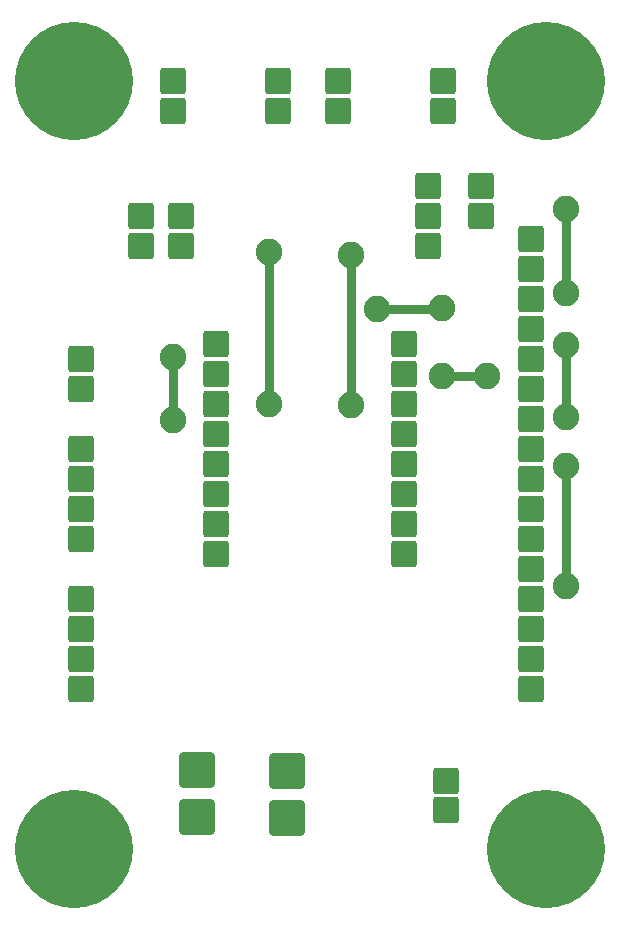
<source format=gtl>
%TF.GenerationSoftware,KiCad,Pcbnew,9.0.3*%
%TF.CreationDate,2026-01-09T17:49:23-03:00*%
%TF.ProjectId,PCB-SPARK-Nano-0.1,5043422d-5350-4415-924b-2d4e616e6f2d,rev?*%
%TF.SameCoordinates,Original*%
%TF.FileFunction,Copper,L1,Top*%
%TF.FilePolarity,Positive*%
%FSLAX46Y46*%
G04 Gerber Fmt 4.6, Leading zero omitted, Abs format (unit mm)*
G04 Created by KiCad (PCBNEW 9.0.3) date 2026-01-09 17:49:23*
%MOMM*%
%LPD*%
G01*
G04 APERTURE LIST*
G04 Aperture macros list*
%AMRoundRect*
0 Rectangle with rounded corners*
0 $1 Rounding radius*
0 $2 $3 $4 $5 $6 $7 $8 $9 X,Y pos of 4 corners*
0 Add a 4 corners polygon primitive as box body*
4,1,4,$2,$3,$4,$5,$6,$7,$8,$9,$2,$3,0*
0 Add four circle primitives for the rounded corners*
1,1,$1+$1,$2,$3*
1,1,$1+$1,$4,$5*
1,1,$1+$1,$6,$7*
1,1,$1+$1,$8,$9*
0 Add four rect primitives between the rounded corners*
20,1,$1+$1,$2,$3,$4,$5,0*
20,1,$1+$1,$4,$5,$6,$7,0*
20,1,$1+$1,$6,$7,$8,$9,0*
20,1,$1+$1,$8,$9,$2,$3,0*%
G04 Aperture macros list end*
%TA.AperFunction,ComponentPad*%
%ADD10RoundRect,0.330882X-0.794118X-0.794118X0.794118X-0.794118X0.794118X0.794118X-0.794118X0.794118X0*%
%TD*%
%TA.AperFunction,ComponentPad*%
%ADD11RoundRect,0.330882X0.794118X0.794118X-0.794118X0.794118X-0.794118X-0.794118X0.794118X-0.794118X0*%
%TD*%
%TA.AperFunction,ComponentPad*%
%ADD12RoundRect,0.312501X-1.187499X1.187499X-1.187499X-1.187499X1.187499X-1.187499X1.187499X1.187499X0*%
%TD*%
%TA.AperFunction,ComponentPad*%
%ADD13RoundRect,0.330882X-0.794118X0.794118X-0.794118X-0.794118X0.794118X-0.794118X0.794118X0.794118X0*%
%TD*%
%TA.AperFunction,ViaPad*%
%ADD14C,10.000000*%
%TD*%
%TA.AperFunction,ViaPad*%
%ADD15C,2.250000*%
%TD*%
%TA.AperFunction,Conductor*%
%ADD16C,0.750000*%
%TD*%
G04 APERTURE END LIST*
D10*
%TO.P,J2,1,Pin_1*%
%TO.N,/5v*%
X197940000Y-67225000D03*
%TO.P,J2,2,Pin_2*%
%TO.N,/GND*%
X197940000Y-69765000D03*
%TO.P,J2,3,Pin_3*%
%TO.N,/3.3v*%
X197940000Y-72305000D03*
%TO.P,J2,4,Pin_4*%
%TO.N,/D-ENC1*%
X197940000Y-74845000D03*
%TO.P,J2,5,Pin_5*%
%TO.N,/D-ENC0*%
X197940000Y-77385000D03*
%TO.P,J2,6,Pin_6*%
%TO.N,/LED*%
X197940000Y-79925000D03*
%TO.P,J2,7,Pin_7*%
%TO.N,/D-LIN1*%
X197940000Y-82465000D03*
%TO.P,J2,8,Pin_8*%
%TO.N,/D-LIN0*%
X197940000Y-85005000D03*
%TD*%
%TO.P,J-Mot1,1,Pin_1*%
%TO.N,/OUT1*%
X170635000Y-88815000D03*
%TO.P,J-Mot1,2,Pin_2*%
%TO.N,/OUT2*%
X170635000Y-91355000D03*
%TO.P,J-Mot1,3,Pin_3*%
%TO.N,/OUT3*%
X170635000Y-93895000D03*
%TO.P,J-Mot1,4,Pin_4*%
%TO.N,/OUT4*%
X170635000Y-96435000D03*
%TD*%
%TO.P,J-led1,1,Pin_1*%
%TO.N,Net-(J-led1-Pin_1)*%
X201280000Y-45000000D03*
%TO.P,J-led1,2,Pin_2*%
%TO.N,/LED*%
X201280000Y-47540000D03*
%TD*%
D11*
%TO.P,JRd4,1,Pin_1*%
%TO.N,/3.3v*%
X192390000Y-47540000D03*
%TO.P,JRd4,2,Pin_2*%
%TO.N,Net-(JRd4-Pin_2)*%
X192390000Y-45000000D03*
%TD*%
D12*
%TO.P,V5-IN1,1,Pin_1*%
%TO.N,/5v*%
X180447500Y-103350000D03*
%TO.P,V5-IN1,2,Pin_2*%
%TO.N,/GND*%
X180447500Y-107310000D03*
%TD*%
D10*
%TO.P,J-LIN1,1,Pin_1*%
%TO.N,/3.3v*%
X208735000Y-78655000D03*
%TO.P,J-LIN1,2,Pin_2*%
%TO.N,/GND*%
X208735000Y-81195000D03*
%TO.P,J-LIN1,3,Pin_3*%
%TO.N,/D-LIN1*%
X208735000Y-83735000D03*
%TO.P,J-LIN1,4,Pin_4*%
%TO.N,/A-LIN1*%
X208735000Y-86275000D03*
%TD*%
%TO.P,J-Pow1,1,Pin_1*%
%TO.N,/5v*%
X200010000Y-53890000D03*
%TO.P,J-Pow1,2,Pin_2*%
%TO.N,/GND*%
X200010000Y-56430000D03*
%TO.P,J-Pow1,3,Pin_3*%
%TO.N,/3.3v*%
X200010000Y-58970000D03*
%TD*%
%TO.P,J-ENC1,1,Pin_1*%
%TO.N,/3.3v*%
X208735000Y-58335000D03*
%TO.P,J-ENC1,2,Pin_2*%
%TO.N,/GND*%
X208735000Y-60875000D03*
%TO.P,J-ENC1,3,Pin_3*%
%TO.N,/D-ENC1*%
X208735000Y-63415000D03*
%TO.P,J-ENC1,4,Pin_4*%
%TO.N,/A-ENC1*%
X208735000Y-65955000D03*
%TD*%
D11*
%TO.P,JRd3,1,Pin_1*%
%TO.N,/3.3v*%
X187310000Y-47545000D03*
%TO.P,JRd3,2,Pin_2*%
%TO.N,Net-(JRd3-Pin_2)*%
X187310000Y-45005000D03*
%TD*%
D10*
%TO.P,JRd2,1,Pin_1*%
%TO.N,/3.3v*%
X179055000Y-56425000D03*
%TO.P,JRd2,2,Pin_2*%
%TO.N,Net-(JRd2-Pin_2)*%
X179055000Y-58965000D03*
%TD*%
D13*
%TO.P,C2,1*%
%TO.N,/5v*%
X201520000Y-104222621D03*
%TO.P,C2,2*%
%TO.N,/GND*%
X201520000Y-106722621D03*
%TD*%
D11*
%TO.P,J-but1,1,Pin_1*%
%TO.N,/BUT*%
X178420000Y-47540000D03*
%TO.P,J-but1,2,Pin_2*%
%TO.N,/GND*%
X178420000Y-45000000D03*
%TD*%
D10*
%TO.P,J-ENC0,1,Pin_1*%
%TO.N,/3.3v*%
X208735000Y-68495000D03*
%TO.P,J-ENC0,2,Pin_2*%
%TO.N,/GND*%
X208735000Y-71035000D03*
%TO.P,J-ENC0,3,Pin_3*%
%TO.N,/D-ENC0*%
X208735000Y-73575000D03*
%TO.P,J-ENC0,4,Pin_4*%
%TO.N,/A-ENC0*%
X208735000Y-76115000D03*
%TD*%
%TO.P,J-Mot2,1,Pin_1*%
%TO.N,/3.3v*%
X170635000Y-68490000D03*
%TO.P,J-Mot2,2,Pin_2*%
%TO.N,/GND*%
X170635000Y-71030000D03*
%TD*%
%TO.P,J-Pow2,1,Pin_1*%
%TO.N,/5v*%
X204455000Y-53890000D03*
%TO.P,J-Pow2,2,Pin_2*%
%TO.N,/GND*%
X204455000Y-56430000D03*
%TD*%
%TO.P,J1,1,Pin_1*%
%TO.N,/OUT4*%
X182065000Y-67225000D03*
%TO.P,J1,2,Pin_2*%
%TO.N,/SDA*%
X182065000Y-69765000D03*
%TO.P,J1,3,Pin_3*%
%TO.N,/SCL*%
X182065000Y-72305000D03*
%TO.P,J1,4,Pin_4*%
%TO.N,unconnected-(J1-Pin_4-Pad4)*%
X182065000Y-74845000D03*
%TO.P,J1,5,Pin_5*%
%TO.N,/BUT*%
X182065000Y-77385000D03*
%TO.P,J1,6,Pin_6*%
%TO.N,/OUT3*%
X182065000Y-79925000D03*
%TO.P,J1,7,Pin_7*%
%TO.N,/OUT1*%
X182065000Y-82465000D03*
%TO.P,J1,8,Pin_8*%
%TO.N,/OUT2*%
X182065000Y-85005000D03*
%TD*%
D12*
%TO.P,V5-IN2,1,Pin_1*%
%TO.N,/5v*%
X188067500Y-103425000D03*
%TO.P,V5-IN2,2,Pin_2*%
%TO.N,/GND*%
X188067500Y-107385000D03*
%TD*%
D10*
%TO.P,JRd1,1,Pin_1*%
%TO.N,/3.3v*%
X175715000Y-56430000D03*
%TO.P,JRd1,2,Pin_2*%
%TO.N,Net-(JRd1-Pin_2)*%
X175715000Y-58970000D03*
%TD*%
%TO.P,J-LIN0,1,Pin_1*%
%TO.N,/3.3v*%
X208735000Y-88815000D03*
%TO.P,J-LIN0,2,Pin_2*%
%TO.N,/GND*%
X208735000Y-91355000D03*
%TO.P,J-LIN0,3,Pin_3*%
%TO.N,/D-LIN0*%
X208735000Y-93895000D03*
%TO.P,J-LIN0,4,Pin_4*%
%TO.N,/A-LIN0*%
X208735000Y-96435000D03*
%TD*%
%TO.P,J-I2C1,1,Pin_1*%
%TO.N,/3.3v*%
X170635000Y-76115000D03*
%TO.P,J-I2C1,2,Pin_2*%
%TO.N,/GND*%
X170635000Y-78655000D03*
%TO.P,J-I2C1,3,Pin_3*%
%TO.N,/SDA*%
X170635000Y-81195000D03*
%TO.P,J-I2C1,4,Pin_4*%
%TO.N,/SCL*%
X170635000Y-83735000D03*
%TD*%
D14*
%TO.N,*%
X210000000Y-45000000D03*
X210000000Y-110000000D03*
X170000000Y-110000000D03*
X170000000Y-45000000D03*
D15*
%TO.N,/SCL*%
X178420000Y-73702000D03*
X178420000Y-68368000D03*
%TO.N,/3.3v*%
X211694000Y-73448000D03*
X205020000Y-69930000D03*
X201191000Y-64215000D03*
X211694000Y-67352000D03*
X201210000Y-69930000D03*
X211651898Y-55837102D03*
X211694000Y-77550000D03*
X211694000Y-87710000D03*
X211694000Y-62945000D03*
X195692000Y-64304000D03*
%TO.N,/BUT*%
X186510000Y-72305000D03*
X186548000Y-59478000D03*
%TO.N,/LED*%
X193495000Y-72432000D03*
X193495000Y-59732000D03*
%TD*%
D16*
%TO.N,/SCL*%
X178420000Y-68368000D02*
X178420000Y-73702000D01*
%TO.N,/3.3v*%
X211694000Y-77550000D02*
X211694000Y-87710000D01*
X211694000Y-55879204D02*
X211651898Y-55837102D01*
X205020000Y-69930000D02*
X201210000Y-69930000D01*
X211694000Y-62945000D02*
X211694000Y-55879204D01*
X211694000Y-73448000D02*
X211694000Y-67352000D01*
X201102000Y-64304000D02*
X195692000Y-64304000D01*
X201191000Y-64215000D02*
X201102000Y-64304000D01*
%TO.N,/BUT*%
X186548000Y-59478000D02*
X186548000Y-62127826D01*
X186510000Y-62165826D02*
X186510000Y-72305000D01*
X186548000Y-62127826D02*
X186510000Y-62165826D01*
%TO.N,/LED*%
X193495000Y-59732000D02*
X193495000Y-72432000D01*
%TD*%
M02*

</source>
